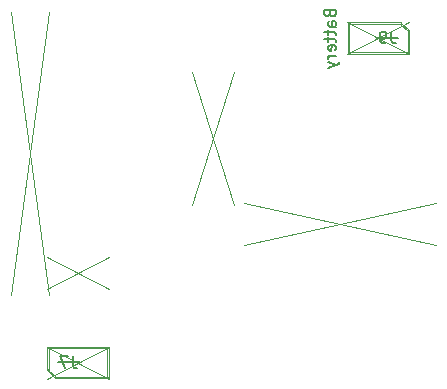
<source format=gbr>
%TF.GenerationSoftware,KiCad,Pcbnew,9.0.0*%
%TF.CreationDate,2025-05-12T14:44:43+01:00*%
%TF.ProjectId,KiCAD_uPicomac3_2,4b694341-445f-4755-9069-636f6d616333,rev?*%
%TF.SameCoordinates,Original*%
%TF.FileFunction,AssemblyDrawing,Bot*%
%FSLAX46Y46*%
G04 Gerber Fmt 4.6, Leading zero omitted, Abs format (unit mm)*
G04 Created by KiCad (PCBNEW 9.0.0) date 2025-05-12 14:44:43*
%MOMM*%
%LPD*%
G01*
G04 APERTURE LIST*
%ADD10C,0.150000*%
%ADD11C,0.100000*%
G04 APERTURE END LIST*
D10*
X127887735Y-49107871D02*
X127935354Y-49250728D01*
X127935354Y-49250728D02*
X127982973Y-49298347D01*
X127982973Y-49298347D02*
X128078211Y-49345966D01*
X128078211Y-49345966D02*
X128221068Y-49345966D01*
X128221068Y-49345966D02*
X128316306Y-49298347D01*
X128316306Y-49298347D02*
X128363926Y-49250728D01*
X128363926Y-49250728D02*
X128411545Y-49155490D01*
X128411545Y-49155490D02*
X128411545Y-48774538D01*
X128411545Y-48774538D02*
X127411545Y-48774538D01*
X127411545Y-48774538D02*
X127411545Y-49107871D01*
X127411545Y-49107871D02*
X127459164Y-49203109D01*
X127459164Y-49203109D02*
X127506783Y-49250728D01*
X127506783Y-49250728D02*
X127602021Y-49298347D01*
X127602021Y-49298347D02*
X127697259Y-49298347D01*
X127697259Y-49298347D02*
X127792497Y-49250728D01*
X127792497Y-49250728D02*
X127840116Y-49203109D01*
X127840116Y-49203109D02*
X127887735Y-49107871D01*
X127887735Y-49107871D02*
X127887735Y-48774538D01*
X128411545Y-50203109D02*
X127887735Y-50203109D01*
X127887735Y-50203109D02*
X127792497Y-50155490D01*
X127792497Y-50155490D02*
X127744878Y-50060252D01*
X127744878Y-50060252D02*
X127744878Y-49869776D01*
X127744878Y-49869776D02*
X127792497Y-49774538D01*
X128363926Y-50203109D02*
X128411545Y-50107871D01*
X128411545Y-50107871D02*
X128411545Y-49869776D01*
X128411545Y-49869776D02*
X128363926Y-49774538D01*
X128363926Y-49774538D02*
X128268687Y-49726919D01*
X128268687Y-49726919D02*
X128173449Y-49726919D01*
X128173449Y-49726919D02*
X128078211Y-49774538D01*
X128078211Y-49774538D02*
X128030592Y-49869776D01*
X128030592Y-49869776D02*
X128030592Y-50107871D01*
X128030592Y-50107871D02*
X127982973Y-50203109D01*
X127744878Y-50536443D02*
X127744878Y-50917395D01*
X127411545Y-50679300D02*
X128268687Y-50679300D01*
X128268687Y-50679300D02*
X128363926Y-50726919D01*
X128363926Y-50726919D02*
X128411545Y-50822157D01*
X128411545Y-50822157D02*
X128411545Y-50917395D01*
X127744878Y-51107872D02*
X127744878Y-51488824D01*
X127411545Y-51250729D02*
X128268687Y-51250729D01*
X128268687Y-51250729D02*
X128363926Y-51298348D01*
X128363926Y-51298348D02*
X128411545Y-51393586D01*
X128411545Y-51393586D02*
X128411545Y-51488824D01*
X128363926Y-52203110D02*
X128411545Y-52107872D01*
X128411545Y-52107872D02*
X128411545Y-51917396D01*
X128411545Y-51917396D02*
X128363926Y-51822158D01*
X128363926Y-51822158D02*
X128268687Y-51774539D01*
X128268687Y-51774539D02*
X127887735Y-51774539D01*
X127887735Y-51774539D02*
X127792497Y-51822158D01*
X127792497Y-51822158D02*
X127744878Y-51917396D01*
X127744878Y-51917396D02*
X127744878Y-52107872D01*
X127744878Y-52107872D02*
X127792497Y-52203110D01*
X127792497Y-52203110D02*
X127887735Y-52250729D01*
X127887735Y-52250729D02*
X127982973Y-52250729D01*
X127982973Y-52250729D02*
X128078211Y-51774539D01*
X128411545Y-52679301D02*
X127744878Y-52679301D01*
X127935354Y-52679301D02*
X127840116Y-52726920D01*
X127840116Y-52726920D02*
X127792497Y-52774539D01*
X127792497Y-52774539D02*
X127744878Y-52869777D01*
X127744878Y-52869777D02*
X127744878Y-52965015D01*
X127744878Y-53203111D02*
X128411545Y-53441206D01*
X127744878Y-53679301D02*
X128411545Y-53441206D01*
X128411545Y-53441206D02*
X128649640Y-53345968D01*
X128649640Y-53345968D02*
X128697259Y-53298349D01*
X128697259Y-53298349D02*
X128744878Y-53203111D01*
X133100059Y-50634120D02*
X133100059Y-51348405D01*
X133100059Y-51348405D02*
X133147678Y-51491262D01*
X133147678Y-51491262D02*
X133242916Y-51586501D01*
X133242916Y-51586501D02*
X133385773Y-51634120D01*
X133385773Y-51634120D02*
X133481011Y-51634120D01*
X132576249Y-51634120D02*
X132385773Y-51634120D01*
X132385773Y-51634120D02*
X132290535Y-51586501D01*
X132290535Y-51586501D02*
X132242916Y-51538881D01*
X132242916Y-51538881D02*
X132147678Y-51396024D01*
X132147678Y-51396024D02*
X132100059Y-51205548D01*
X132100059Y-51205548D02*
X132100059Y-50824596D01*
X132100059Y-50824596D02*
X132147678Y-50729358D01*
X132147678Y-50729358D02*
X132195297Y-50681739D01*
X132195297Y-50681739D02*
X132290535Y-50634120D01*
X132290535Y-50634120D02*
X132481011Y-50634120D01*
X132481011Y-50634120D02*
X132576249Y-50681739D01*
X132576249Y-50681739D02*
X132623868Y-50729358D01*
X132623868Y-50729358D02*
X132671487Y-50824596D01*
X132671487Y-50824596D02*
X132671487Y-51062691D01*
X132671487Y-51062691D02*
X132623868Y-51157929D01*
X132623868Y-51157929D02*
X132576249Y-51205548D01*
X132576249Y-51205548D02*
X132481011Y-51253167D01*
X132481011Y-51253167D02*
X132290535Y-51253167D01*
X132290535Y-51253167D02*
X132195297Y-51205548D01*
X132195297Y-51205548D02*
X132147678Y-51157929D01*
X132147678Y-51157929D02*
X132100059Y-51062691D01*
X131875059Y-51134120D02*
X133700302Y-51134120D01*
X106124068Y-78119062D02*
X106124068Y-78833347D01*
X106124068Y-78833347D02*
X106171687Y-78976204D01*
X106171687Y-78976204D02*
X106266925Y-79071443D01*
X106266925Y-79071443D02*
X106409782Y-79119062D01*
X106409782Y-79119062D02*
X106505020Y-79119062D01*
X105743115Y-78119062D02*
X105076449Y-78119062D01*
X105076449Y-78119062D02*
X105505020Y-79119062D01*
X104851455Y-78619062D02*
X106724311Y-78619062D01*
D11*
X133901726Y-49859301D02*
X129456726Y-49859301D01*
X129456726Y-49959301D02*
G75*
G02*
X129456726Y-49859301I0J50000D01*
G01*
X129456726Y-49959301D02*
X133901726Y-49959301D01*
X133901726Y-49959301D02*
G75*
G03*
X133901726Y-49859301I0J50000D01*
G01*
X129406726Y-49909301D02*
X129406726Y-52449301D01*
X129506726Y-52449301D02*
G75*
G02*
X129406726Y-52449301I-50000J0D01*
G01*
X129506726Y-52449301D02*
X129506726Y-49909301D01*
X129506726Y-49909301D02*
G75*
G03*
X129406726Y-49909301I-50000J0D01*
G01*
X134572081Y-50508946D02*
X133937081Y-49873946D01*
X133866371Y-49944656D02*
G75*
G02*
X133937081Y-49873946I35355J35355D01*
G01*
X133866371Y-49944656D02*
X134501371Y-50579656D01*
X134501371Y-50579656D02*
G75*
G03*
X134572081Y-50508946I35355J35355D01*
G01*
X134586726Y-52449301D02*
X134586726Y-50544301D01*
X134486726Y-50544301D02*
G75*
G02*
X134586726Y-50544301I50000J0D01*
G01*
X134486726Y-50544301D02*
X134486726Y-52449301D01*
X134486726Y-52449301D02*
G75*
G03*
X134586726Y-52449301I50000J0D01*
G01*
X129456726Y-52499301D02*
X134536726Y-52499301D01*
X134536726Y-52399301D02*
G75*
G02*
X134536726Y-52499301I0J-50000D01*
G01*
X134536726Y-52399301D02*
X129456726Y-52399301D01*
X129456726Y-52399301D02*
G75*
G03*
X129456726Y-52499301I0J-50000D01*
G01*
X103970735Y-77394243D02*
X103970735Y-79299243D01*
X104070735Y-79299243D02*
G75*
G02*
X103970735Y-79299243I-50000J0D01*
G01*
X104070735Y-79299243D02*
X104070735Y-77394243D01*
X104070735Y-77394243D02*
G75*
G03*
X103970735Y-77394243I-50000J0D01*
G01*
X103985380Y-79334598D02*
X104620380Y-79969598D01*
X104691090Y-79898888D02*
G75*
G02*
X104620380Y-79969598I-35355J-35355D01*
G01*
X104691090Y-79898888D02*
X104056090Y-79263888D01*
X104056090Y-79263888D02*
G75*
G03*
X103985380Y-79334598I-35355J-35355D01*
G01*
X104655735Y-79984243D02*
X109100735Y-79984243D01*
X109100735Y-79884243D02*
G75*
G02*
X109100735Y-79984243I0J-50000D01*
G01*
X109100735Y-79884243D02*
X104655735Y-79884243D01*
X104655735Y-79884243D02*
G75*
G03*
X104655735Y-79984243I0J-50000D01*
G01*
X109100735Y-77344243D02*
X104020735Y-77344243D01*
X104020735Y-77444243D02*
G75*
G02*
X104020735Y-77344243I0J50000D01*
G01*
X104020735Y-77444243D02*
X109100735Y-77444243D01*
X109100735Y-77444243D02*
G75*
G03*
X109100735Y-77344243I0J50000D01*
G01*
X109150735Y-79934243D02*
X109150735Y-77394243D01*
X109050735Y-77394243D02*
G75*
G02*
X109150735Y-77394243I50000J0D01*
G01*
X109050735Y-77394243D02*
X109050735Y-79934243D01*
X109050735Y-79934243D02*
G75*
G03*
X109150735Y-79934243I50000J0D01*
G01*
X116180000Y-54065000D02*
X119780000Y-65315000D01*
X116180000Y-65315000D02*
X119780000Y-54065000D01*
X120591803Y-65129054D02*
X136891803Y-68729054D01*
X120591803Y-68729054D02*
X136891803Y-65129054D01*
X100914989Y-48974989D02*
X104130000Y-72925000D01*
X100914989Y-72925000D02*
X104130000Y-48974989D01*
X103960000Y-69740446D02*
X109220366Y-72450549D01*
X103960000Y-72450549D02*
X109220366Y-69740446D01*
X129326360Y-49789198D02*
X134586727Y-52499301D01*
X129326360Y-52499301D02*
X134586727Y-49789198D01*
X103970735Y-77344243D02*
X109231101Y-80054346D01*
X103970735Y-80054346D02*
X109231101Y-77344243D01*
M02*

</source>
